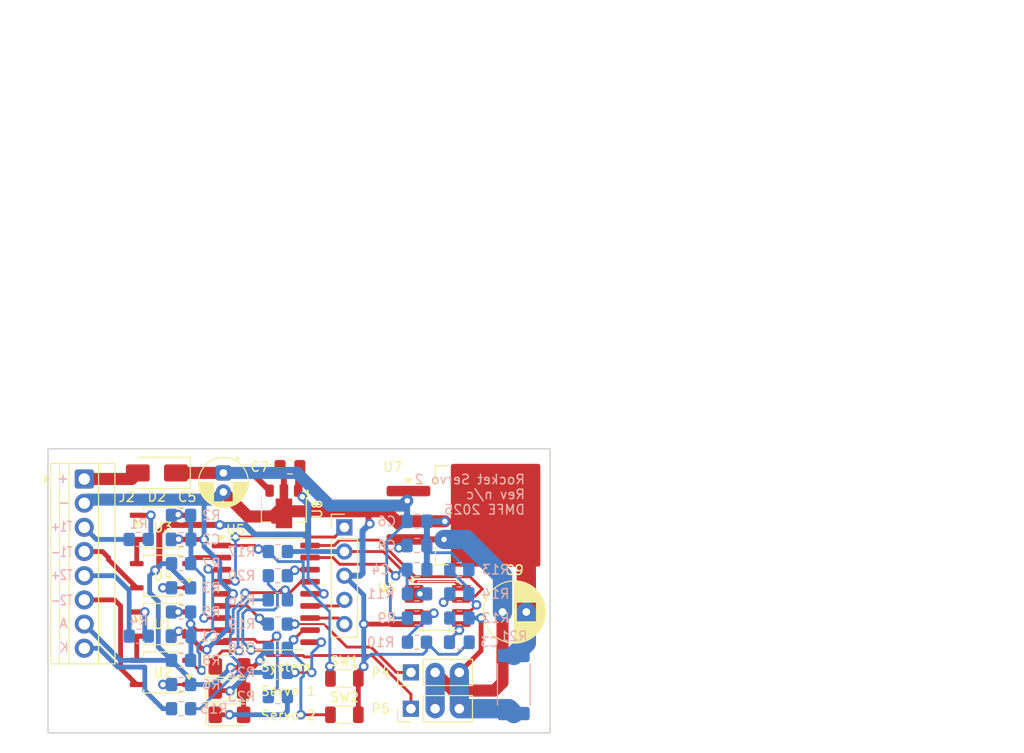
<source format=kicad_pcb>
(kicad_pcb (version 20241229) (generator "pcbnew") (generator_version "9.0")
  (title_block (title "Rocket Servo 2") (date "2025-11-28") (rev "n/c") (company "DMFE") (comment 1 "Altimeter triggered servo (2 Channel)"))
  (layers (0 "F.Cu" signal) (2 "B.Cu" signal) (13 "F.Paste" user) (15 "B.Paste" user) (5 "F.SilkS" user "F.Silkscreen") (7 "B.SilkS" user "B.Silkscreen") (1 "F.Mask" user) (3 "B.Mask" user) (25 "Edge.Cuts" user))
  (net 0 "")
  (net 1 "Trigger1")
  (net 2 "GND")
  (net 3 "Net-(D1-K)")
  (net 4 "+5V")
  (net 5 "Net-(U6B-+)")
  (net 6 "Batt_V")
  (net 7 "+9V")
  (net 8 "Net-(D2-A)")
  (net 9 "Trigger2")
  (net 10 "Net-(D3-K)")
  (net 11 "Net-(D4-K)")
  (net 12 "VPP")
  (net 13 "Net-(R1-Pad1)")
  (net 14 "Net-(R2-Pad2)")
  (net 15 "PGD")
  (net 16 "PGC")
  (net 17 "Net-(U3-Pad2)")
  (net 18 "GNDS")
  (net 19 "Net-(P4-Pin_1)")
  (net 20 "Net-(P4-Pin_2)")
  (net 21 "Net-(P5-Pin_1)")
  (net 22 "Net-(R3-Pad2)")
  (net 23 "Net-(R4-Pad1)")
  (net 24 "Net-(R5-Pad2)")
  (net 25 "Net-(R6-Pad2)")
  (net 26 "Net-(U6A-+)")
  (net 27 "Servo1")
  (net 28 "Net-(U5-Vref{slash}AN2{slash}RA2)")
  (net 29 "Net-(U5-RB5)")
  (net 30 "Net-(U5-CLKOUT{slash}OSC2{slash}RA6)")
  (net 31 "Servo2")
  (net 32 "Net-(U6A--)")
  (net 33 "Net-(U6B--)")
  (net 34 "Servo_I")
  (net 35 "Net-(U5-RB4{slash}PGM)")
  (net 36 "Net-(U5-RB3{slash}CCP1)")
  (net 37 "Net-(U1-Pad2)")
  (net 38 "Enable2")
  (net 39 "Enable1")
  (net 40 "Net-(J2-Pin_3)")
  (net 41 "Net-(J2-Pin_5)")
  (net 42 "Net-(J2-Pin_8)")
  (net 43 "Net-(J2-Pin_6)")
  (net 44 "Net-(J2-Pin_4)")
  (footprint "LED_SMD:LED_1206_3216Metric_Pad1.42x1.75mm_HandSolder" (layer "F.Cu") (at 86.995 121.285)
    (property "Reference" "D3" (hide yes))
    (property "Value" "LED")
  )
  (footprint "Package_SO:SOP-4_3.8x4.1mm_P2.54mm" (layer "F.Cu") (at 80.01 119.38 180)
    (property "Reference" "U2")
    (property "Value" "CPC1017N")
  )
  (footprint "LED_SMD:LED_1206_3216Metric_Pad1.42x1.75mm_HandSolder" (layer "F.Cu") (at 86.995 123.825)
    (property "Reference" "D4" (hide yes))
    (property "Value" "LED")
  )
  (footprint "Capacitor_SMD:C_0805_2012Metric_Pad1.18x1.45mm_HandSolder" (layer "F.Cu") (at 93.345 97.79 180)
    (property "Reference" "C7")
    (property "Value" ".1uF")
  )
  (footprint "Package_TO_SOT_SMD:SOT-89-3" (layer "F.Cu") (at 92.71 102.235 -90)
    (property "Reference" "U8")
    (property "Value" "L78L05_SOT89")
  )
  (footprint "Package_SO:SOIC-18W_7.5x11.6mm_P1.27mm" (layer "F.Cu") (at 90.805 111.125)
    (property "Reference" "U5")
    (property "Value" "PIC16F1847-I/SO")
  )
  (footprint "Resistor_SMD:R_1206_3216Metric" (layer "F.Cu") (at 99.06 123.825)
    (property "Reference" "SW2")
    (property "Value" "SW_Push")
  )
  (footprint "LED_SMD:LED_1206_3216Metric_Pad1.42x1.75mm_HandSolder" (layer "F.Cu") (at 86.995 118.745)
    (property "Reference" "D1" (hide yes))
    (property "Value" "LED")
  )
  (footprint "Package_SO:SOP-4_3.8x4.1mm_P2.54mm" (layer "F.Cu") (at 80.01 109.22 180)
    (property "Reference" "U4")
    (property "Value" "CPC1017N")
  )
  (footprint "Connector_PinHeader_2.54mm:PinHeader_1x03_P2.54mm_Vertical" (layer "F.Cu") (at 106.045 119.38 90)
    (property "Reference" "P4")
    (property "Value" "Conn_01x03")
  )
  (footprint "Capacitor_THT:CP_Radial_D6.3mm_P2.50mm" (layer "F.Cu") (at 115.657621 113.03)
    (property "Reference" "C9")
    (property "Value" "220uF")
  )
  (footprint "Diode_SMD:D_SMA" (layer "F.Cu") (at 79.375 98.425 180)
    (property "Reference" "D2")
    (property "Value" "SMB")
  )
  (footprint "MountingHole:MountingHole_3.2mm_M3" (layer "F.Cu") (at 72.39 121.92)
    (property "Reference" "H2" (hide yes))
    (property "Value" "MountingHole_3.2mm_M3")
  )
  (footprint "Connector_PinHeader_2.54mm:PinHeader_1x05_P2.54mm_Vertical" (layer "F.Cu") (at 99.06 104.14)
    (property "Reference" "J1" (hide yes))
    (property "Value" "Conn_01x05")
  )
  (footprint "Connector_PinHeader_2.54mm:PinHeader_1x03_P2.54mm_Vertical" (layer "F.Cu") (at 106.045 123.19 90)
    (property "Reference" "P5")
    (property "Value" "Conn_01x03")
  )
  (footprint "MountingHole:MountingHole_3.2mm_M3" (layer "F.Cu") (at 99.06 99.06)
    (property "Reference" "H1" (hide yes))
    (property "Value" "MountingHole_3.2mm_M3")
  )
  (footprint "Package_SO:SOIC-8_3.9x4.9mm_P1.27mm" (layer "F.Cu") (at 108.855 112.395)
    (property "Reference" "U6")
    (property "Value" "LM358")
  )
  (footprint "TerminalBlock:TerminalBlock_Xinya_XY308-2.54-8P_1x08_P2.54mm_Horizontal" (layer "F.Cu") (at 71.755 99.06 -90)
    (property "Reference" "J2")
    (property "Value" "Screw_Terminal_01x08")
  )
  (footprint "Package_SO:SOP-4_3.8x4.1mm_P2.54mm" (layer "F.Cu") (at 80.01 114.3)
    (property "Reference" "U1")
    (property "Value" "CPC1017N")
  )
  (footprint "Capacitor_THT:CP_Radial_D5.0mm_P2.00mm" (layer "F.Cu") (at 86.36 98.425 -90)
    (property "Reference" "C5")
    (property "Value" "33uF")
  )
  (footprint "Resistor_SMD:R_1206_3216Metric" (layer "F.Cu") (at 99.06 120.015)
    (property "Reference" "SW1")
    (property "Value" "SW_Push")
  )
  (footprint "Package_SO:SOP-4_3.8x4.1mm_P2.54mm" (layer "F.Cu") (at 80.01 104.14)
    (property "Reference" "U3")
    (property "Value" "CPC1017N")
  )
  (footprint "Package_TO_SOT_SMD:TO-263-2" (layer "F.Cu") (at 113.435 102.87)
    (property "Reference" "U7")
    (property "Value" "L7806")
  )
  (footprint "Resistor_SMD:R_0805_2012Metric_Pad1.20x1.40mm_HandSolder" (layer "B.Cu") (at 81.915 110.49 180)
    (property "Reference" "R3")
    (property "Value" "1K0")
  )
  (footprint "Resistor_SMD:R_0805_2012Metric_Pad1.20x1.40mm_HandSolder" (layer "B.Cu") (at 92.075 111.76)
    (property "Reference" "R16")
    (property "Value" "1K")
  )
  (footprint "Resistor_SMD:R_0805_2012Metric_Pad1.20x1.40mm_HandSolder" (layer "B.Cu") (at 92.075 106.68 180)
    (property "Reference" "R17")
    (property "Value" "47K")
  )
  (footprint "Resistor_SMD:R_0805_2012Metric_Pad1.20x1.40mm_HandSolder" (layer "B.Cu") (at 81.915 123.19 180)
    (property "Reference" "R15")
    (property "Value" "270")
  )
  (footprint "Resistor_SMD:R_0805_2012Metric_Pad1.20x1.40mm_HandSolder" (layer "B.Cu") (at 81.915 113.03 180)
    (property "Reference" "R5")
    (property "Value" "1K")
  )
  (footprint "Resistor_SMD:R_0805_2012Metric_Pad1.20x1.40mm_HandSolder" (layer "B.Cu") (at 111.125 111.125)
    (property "Reference" "R14")
    (property "Value" "100K")
  )
  (footprint "Resistor_SMD:R_0805_2012Metric_Pad1.20x1.40mm_HandSolder" (layer "B.Cu") (at 77.47 115.57 180)
    (property "Reference" "R4")
    (property "Value" "470R")
  )
  (footprint "Resistor_SMD:R_0805_2012Metric_Pad1.20x1.40mm_HandSolder" (layer "B.Cu") (at 111.125 108.585)
    (property "Reference" "R13")
    (property "Value" "2K2")
  )
  (footprint "Resistor_SMD:R_0805_2012Metric_Pad1.20x1.40mm_HandSolder" (layer "B.Cu") (at 92.075 121.92 180)
    (property "Reference" "R23")
    (property "Value" "1K")
  )
  (footprint "Capacitor_SMD:C_0805_2012Metric_Pad1.18x1.45mm_HandSolder" (layer "B.Cu") (at 106.68 106.045)
    (property "Reference" "C8")
    (property "Value" ".1uF")
  )
  (footprint "Resistor_SMD:R_0805_2012Metric_Pad1.20x1.40mm_HandSolder" (layer "B.Cu") (at 92.075 114.3 180)
    (property "Reference" "R19")
    (property "Value" "220R")
  )
  (footprint "Resistor_SMD:R_0805_2012Metric_Pad1.20x1.40mm_HandSolder" (layer "B.Cu") (at 106.68 116.205)
    (property "Reference" "R10")
    (property "Value" "10K")
  )
  (footprint "Resistor_SMD:R_0805_2012Metric_Pad1.20x1.40mm_HandSolder" (layer "B.Cu") (at 92.075 109.22)
    (property "Reference" "R20")
    (property "Value" "220R")
  )
  (footprint "Resistor_SMD:R_0805_2012Metric_Pad1.20x1.40mm_HandSolder" (layer "B.Cu") (at 77.47 105.41 180)
    (property "Reference" "R1")
    (property "Value" "470R")
  )
  (footprint "Capacitor_SMD:C_0805_2012Metric_Pad1.18x1.45mm_HandSolder" (layer "B.Cu") (at 106.68 103.505)
    (property "Reference" "C6")
    (property "Value" ".1uF")
  )
  (footprint "Resistor_SMD:R_0805_2012Metric_Pad1.20x1.40mm_HandSolder" (layer "B.Cu") (at 81.915 102.87 180)
    (property "Reference" "R2")
    (property "Value" "1K")
  )
  (footprint "Resistor_SMD:R_0805_2012Metric_Pad1.20x1.40mm_HandSolder" (layer "B.Cu") (at 81.915 120.65 180)
    (property "Reference" "R6")
    (property "Value" "1K0")
  )
  (footprint "Resistor_SMD:R_0805_2012Metric_Pad1.20x1.40mm_HandSolder" (layer "B.Cu") (at 111.125 113.665)
    (property "Reference" "R12")
    (property "Value" "1K")
  )
  (footprint "Capacitor_SMD:C_0805_2012Metric_Pad1.18x1.45mm_HandSolder" (layer "B.Cu") (at 81.915 105.41 180)
    (property "Reference" "C2")
    (property "Value" ".1uF")
  )
  (footprint "Resistor_SMD:R_0805_2012Metric_Pad1.20x1.40mm_HandSolder" (layer "B.Cu") (at 92.075 116.84)
    (property "Reference" "R18")
    (property "Value" "47K")
  )
  (footprint "Resistor_SMD:R_2512_6332Metric_Pad1.40x3.35mm_HandSolder" (layer "B.Cu") (at 116.84 120.65 90)
    (property "Reference" "R21")
    (property "Value" "R05")
  )
  (footprint "Resistor_SMD:R_0805_2012Metric_Pad1.20x1.40mm_HandSolder" (layer "B.Cu") (at 81.915 107.95)
    (property "Reference" "R7")
    (property "Value" "10K")
  )
  (footprint "Resistor_SMD:R_0805_2012Metric_Pad1.20x1.40mm_HandSolder" (layer "B.Cu") (at 92.075 119.38)
    (property "Reference" "R22")
    (property "Value" "1K")
  )
  (footprint "Resistor_SMD:R_0805_2012Metric_Pad1.20x1.40mm_HandSolder" (layer "B.Cu") (at 106.68 113.665 180)
    (property "Reference" "R9")
    (property "Value" "47K")
  )
  (footprint "Capacitor_SMD:C_0805_2012Metric_Pad1.18x1.45mm_HandSolder" (layer "B.Cu") (at 81.915 115.57 180)
    (property "Reference" "C1")
    (property "Value" ".1uF")
  )
  (footprint "Resistor_SMD:R_0805_2012Metric_Pad1.20x1.40mm_HandSolder" (layer "B.Cu") (at 106.68 111.125)
    (property "Reference" "R11")
    (property "Value" "1K")
  )
  (footprint "Capacitor_SMD:C_0805_2012Metric_Pad1.18x1.45mm_HandSolder" (layer "B.Cu") (at 111.125 116.205)
    (property "Reference" "C3")
    (property "Value" ".1uF")
  )
  (footprint "Capacitor_SMD:C_0805_2012Metric_Pad1.18x1.45mm_HandSolder" (layer "B.Cu") (at 106.68 108.585)
    (property "Reference" "C4")
    (property "Value" ".1uF")
  )
  (footprint "Resistor_SMD:R_0805_2012Metric_Pad1.20x1.40mm_HandSolder" (layer "B.Cu") (at 81.915 118.11)
    (property "Reference" "R8")
    (property "Value" "10K")
  )
  (gr_rect (start 67.945 95.885) (end 120.65 125.73) (stroke (width 0.15)) (fill no) (layer "Edge.Cuts"))
  (gr_text "System" (at 90.17 119.38 0) (layer "F.SilkS") (effects (font (size 1 1)) (justify left bottom)))
  (gr_text "Servo 1" (at 90.17 121.92 0) (layer "F.SilkS") (effects (font (size 1 1)) (justify left bottom)))
  (gr_text "Servo 2" (at 90.17 124.46 0) (layer "F.SilkS") (effects (font (size 1 1)) (justify left bottom)))
  (gr_text "Rocket Servo 2" (at 118.11 99.695 0) (layer "B.SilkS") (effects (font (size 1 1)) (justify left bottom mirror)))
  (gr_text "-" (at 70.358 102.108 0) (layer "B.SilkS") (effects (font (size 1 1)) (justify left bottom mirror)))
  (gr_text "K" (at 70.231 117.348 0) (layer "B.SilkS") (effects (font (size 1 1)) (justify left bottom mirror)))
  (gr_text "T1+" (at 70.612 104.648 0) (layer "B.SilkS") (effects (font (size 1 0.762)) (justify left bottom mirror)))
  (gr_text "Rev n/c\nDMFE 2025" (at 118.11 102.87 0) (layer "B.SilkS") (effects (font (size 1 1)) (justify left bottom mirror)))
  (gr_text "A" (at 70.104 114.808 0) (layer "B.SilkS") (effects (font (size 1 1)) (justify left bottom mirror)))
  (gr_text "T2-" (at 70.612 112.395 0) (layer "B.SilkS") (effects (font (size 1 0.762)) (justify left bottom mirror)))
  (gr_text "T1-" (at 70.612 107.315 0) (layer "B.SilkS") (effects (font (size 1 0.762)) (justify left bottom mirror)))
  (gr_text "T2+" (at 70.612 109.728 0) (layer "B.SilkS") (effects (font (size 1 0.762)) (justify left bottom mirror)))
  (gr_text "+" (at 70.231 99.568 0) (layer "B.SilkS") (effects (font (size 1 1)) (justify left bottom mirror)))
  (segment (start 86.155 113.665) (end 84.328 113.665) (width 0.3048) (layer "F.Cu") (net 1))
  (via (at 84.328 113.665) (size 1.016) (drill 0.5588) (layers "F.Cu" "B.Cu") (net 1))
  (segment (start 84.328 113.665) (end 84.328 109.363) (width 0.3048) (layer "B.Cu") (net 1))
  (segment (start 82.915 105.3725) (end 82.9525 105.41) (width 0.508) (layer "B.Cu") (net 1))
  (segment (start 82.9525 107.9125) (end 82.915 107.95) (width 0.508) (layer "B.Cu") (net 1))
  (segment (start 84.328 109.363) (end 82.915 107.95) (width 0.3048) (layer "B.Cu") (net 1))
  (segment (start 82.9525 105.41) (end 82.9525 107.9125) (width 0.508) (layer "B.Cu") (net 1))
  (segment (start 82.915 102.87) (end 82.915 105.3725) (width 0.508) (layer "B.Cu") (net 1))
  (segment (start 91.567 102.997) (end 92.11 102.454) (width 1.27) (layer "F.Cu") (net 2))
  (segment (start 92.71 100.3725) (end 92.71 102.108) (width 0.635) (layer "F.Cu") (net 2))
  (segment (start 104.390766 114.3) (end 104.390152 114.300614) (width 0.508) (layer "F.Cu") (net 2))
  (segment (start 101.6 103.632) (end 101.6 102.454) (width 0.635) (layer "F.Cu") (net 2))
  (segment (start 84.328 105.41) (end 82.76 105.41) (width 0.508) (layer "F.Cu") (net 2))
  (segment (start 81.657074 115.060099) (end 82.250099 115.060099) (width 0.508) (layer "F.Cu") (net 2))
  (segment (start 100.5225 120.015) (end 100.5225 119.3145) (width 0.508) (layer "F.Cu") (net 2))
  (segment (start 106.38 114.3) (end 104.390766 114.3) (width 0.508) (layer "F.Cu") (net 2))
  (segment (start 82.250099 115.060099) (end 82.76 115.57) (width 0.508) (layer "F.Cu") (net 2))
  (segment (start 105.029 103.505) (end 109.601 103.505) (width 1.27) (layer "F.Cu") (net 2))
  (segment (start 88.932 102.997) (end 91.567 102.997) (width 1.27) (layer "F.Cu") (net 2))
  (segment (start 92.71 102.108) (end 91.694 103.124) (width 1.27) (layer "F.Cu") (net 2))
  (segment (start 87.376 111.125) (end 86.155 111.125) (width 0.508) (layer "F.Cu") (net 2))
  (segment (start 101.727 103.759) (end 101.6 103.632) (width 0.635) (layer "F.Cu") (net 2))
  (segment (start 88.932 102.997) (end 86.36 100.425) (width 1.27) (layer "F.Cu") (net 2))
  (segment (start 104.390766 114.3) (end 104.013 114.3) (width 0.508) (layer "F.Cu") (net 2))
  (segment (start 103.47 102.454) (end 104.775 103.759) (width 1.27) (layer "F.Cu") (net 2))
  (segment (start 92.71 100.3725) (end 92.71 98.1925) (width 0.635) (layer "F.Cu") (net 2))
  (segment (start 84.170052 116.980052) (end 82.76 115.57) (width 0.508) (layer "F.Cu") (net 2))
  (segment (start 118.157621 106.092621) (end 114.935 102.87) (width 2.032) (layer "F.Cu") (net 2))
  (segment (start 91.567 102.997) (end 91.694 103.124) (width 1.27) (layer "F.Cu") (net 2))
  (segment (start 84.617446 116.980052) (end 84.170052 116.980052) (width 0.508) (layer "F.Cu") (net 2))
  (segment (start 118.157621 113.03) (end 118.157621 106.092621) (width 2.032) (layer "F.Cu") (net 2))
  (segment (start 81.683451 105.41) (end 81.657 105.383549) (width 0.508) (layer "F.Cu") (net 2))
  (segment (start 100.5225 119.3145) (end 101.092 118.745) (width 0.508) (layer "F.Cu") (net 2))
  (segment (start 92.71 98.1925) (end 92.3075 97.79) (width 0.635) (layer "F.Cu") (net 2))
  (segment (start 104.013 114.3) (end 101.092 114.3) (width 0.508) (layer "F.Cu") (net 2))
  (segment (start 109.601 103.505) (end 114.3 103.505) (width 0.635) (layer "F.Cu") (net 2))
  (segment (start 104.775 103.759) (end 105.029 103.505) (width 1.27) (layer "F.Cu") (net 2))
  (segment (start 114.3 103.505) (end 114.935 102.87) (width 0.635) (layer "F.Cu") (net 2))
  (segment (start 82.76 105.41) (end 81.683451 105.41) (width 0.508) (layer "F.Cu") (net 2))
  (segment (start 92.11 102.454) (end 101.6 102.454) (width 1.27) (layer "F.Cu") (net 2))
  (segment (start 100.5225 123.825) (end 100.5225 120.015) (width 0.508) (layer "F.Cu") (net 2))
  (segment (start 104.013 114.3) (end 106.38 114.3) (width 0.635) (layer "F.Cu") (net 2))
  (segment (start 101.6 102.454) (end 103.47 102.454) (width 1.27) (layer "F.Cu") (net 2))
  (via (at 81.657 105.383549) (size 1.016) (drill 0.5588) (layers "F.Cu" "B.Cu") (net 2))
  (via (at 87.376 111.125) (size 1.016) (drill 0.5588) (layers "F.Cu" "B.Cu") (net 2))
  (via (at 81.657074 115.060099) (size 1.016) (drill 0.5588) (layers "F.Cu" "B.Cu") (net 2))
  (via (at 109.601 103.505) (size 1.016) (drill 0.5588) (layers "F.Cu" "B.Cu") (net 2))
  (via (at 84.617446 116.980052) (size 1.016) (drill 0.5588) (layers "F.Cu" "B.Cu") (net 2))
  (via (at 101.727 103.759) (size 1.016) (drill 0.5588) (layers "F.Cu" "B.Cu") (net 2))
  (via (at 101.092 114.3) (size 1.016) (drill 0.5588) (layers "F.Cu" "B.Cu") (net 2))
  (via (at 84.328 105.41) (size 1.016) (drill 0.5588) (layers "F.Cu" "B.Cu") (net 2))
  (via (at 101.092 118.745) (size 1.016) (drill 0.5588) (layers "F.Cu" "B.Cu") (net 2))
  (segment (start 100.711 109.22) (end 100.965 108.966) (width 0.635) (layer "B.Cu") (net 2))
  (segment (start 86.36 100.425) (end 85.560001 101.224999) (width 1.27) (layer "B.Cu") (net 2))
  (segment (start 101.854 117.475) (end 101.092 118.237) (width 0.3048) (layer "B.Cu") (net 2))
  (segment (start 116.84 117.6) (end 118.157621 116.282379) (width 2.032) (layer "B.Cu") (net 2))
  (segment (start 80.8775 115.57) (end 81.147173 115.57) (width 0.508) (layer "B.Cu") (net 2))
  (segment (start 72.130001 101.224999) (end 71.755 101.6) (width 1.27) (layer "B.Cu") (net 2))
  (segment (start 81.657 105.383549) (end 80.903951 105.383549) (width 0.508) (layer "B.Cu") (net 2))
  (segment (start 86.7792 111.7218) (end 86.7792 114.818298) (width 0.508) (layer "B.Cu") (net 2))
  (segment (start 101.092 111.252) (end 99.06 109.22) (width 0.508) (layer "B.Cu") (net 2))
  (segment (start 86.7792 114.818298) (end 84.617446 116.980052) (width 0.508) (layer "B.Cu") (net 2))
  (segment (start 100.965 104.521) (end 101.727 103.759) (width 0.635) (layer "B.Cu") (net 2))
  (segment (start 99.06 109.22) (end 100.711 109.22) (width 0.635) (layer "B.Cu") (net 2))
  (segment (start 112.1625 116.205) (end 110.8925 117.475) (width 0.3048) (layer "B.Cu") (net 2))
  (segment (start 112.125 108.585) (end 112.014 108.585) (width 0.3048) (layer "B.Cu") (net 2))
  (segment (start 107.7175 106.045) (end 107.7175 106.807) (width 0.635) (layer "B.Cu") (net 2))
  (segment (start 84.328 101.224999) (end 84.328 105.41) (width 0.508) (layer "B.Cu") (net 2))
  (segment (start 85.560001 101.224999) (end 84.328 101.224999) (width 1.27) (layer "B.Cu") (net 2))
  (segment (start 107.315 117.475) (end 101.854 117.475) (width 0.3048) (layer "B.Cu") (net 2))
  (segment (start 84.328 105.41) (end 84.328 106.172) (width 0.508) (layer "B.Cu") (net 2))
  (segment (start 81.147173 115.57) (end 81.657074 115.060099) (width 0.508) (layer "B.Cu") (net 2))
  (segment (start 85.979 107.823) (end 85.979 109.728) (width 0.508) (layer "B.Cu") (net 2))
  (segment (start 101.092 114.3) (end 101.092 111.252) (width 0.508) (layer "B.Cu") (net 2))
  (segment (start 108.95 117.475) (end 107.68 116.205) (width 0.3048) (layer "B.Cu") (net 2))
  (segment (start 107.7175 103.505) (end 107.7175 106.045) (width 0.635) (layer "B.Cu") (net 2))
  (segment (start 107.68 117.11) (end 107.315 117.475) (width 0.3048) (layer "B.Cu") (net 2))
  (segment (start 110.8925 117.475) (end 108.95 117.475) (width 0.3048) (layer "B.Cu") (net 2))
  (segment (start 84.328 106.172) (end 85.979 107.823) (width 0.508) (layer "B.Cu") (net 2))
  (segment (start 107.7175 103.505) (end 109.601 103.505) (width 0.635) (layer "B.Cu") (net 2))
  (segment (start 101.092 118.745) (end 101.092 114.3) (width 0.508) (layer "B.Cu") (net 2))
  (segment (start 100.965 108.966) (end 100.965 104.521) (width 0.635) (layer "B.Cu") (net 2))
  (segment (start 118.157621 116.282379) (end 118.157621 113.03) (width 2.032) (layer "B.Cu") (net 2))
  (segment (start 112.014 108.585) (end 110.236 106.807) (width 0.3048) (layer "B.Cu") (net 2))
  (segment (start 110.236 106.807) (end 107.7175 106.807) (width 0.3048) (layer "B.Cu") (net 2))
  (segment (start 107.7175 106.807) (end 107.7175 108.585) (width 0.635) (layer "B.Cu") (net 2))
  (segment (start 107.68 116.205) (end 107.68 117.11) (width 0.3048) (layer "B.Cu") (net 2))
  (segment (start 80.903951 105.383549) (end 80.8775 105.41) (width 0.508) (layer "B.Cu") (net 2))
  (segment (start 87.376 111.125) (end 86.7792 111.7218) (width 0.508) (layer "B.Cu") (net 2))
  (segment (start 101.092 118.237) (end 101.092 118.745) (width 0.3048) (layer "B.Cu") (net 2))
  (segment (start 85.979 109.728) (end 87.376 111.125) (width 0.508) (layer "B.Cu") (net 2))
  (segment (start 84.328 101.224999) (end 72.130001 101.224999) (width 1.27) (layer "B.Cu") (net 2))
  (segment (start 86.261509 117.115992) (end 87.985572 117.115992) (width 0.3048) (layer "F.Cu") (net 3))
  (segment (start 85.5075 117.870001) (end 86.261509 117.115992) (width 0.3048) (layer "F.Cu") (net 3))
  (segment (start 87.985572 117.115992) (end 88.001059 117.131479) (width 0.3048) (layer "F.Cu") (net 3))
  (segment (start 85.5075 118.745) (end 85.5075 117.870001) (width 0.3048) (layer "F.Cu") (net 3))
  (via (at 88.001059 117.131479) (size 1.016) (drill 0.5588) (layers "F.Cu" "B.Cu") (net 3))
  (segment (start 91.075 111.76) (end 89.12321 111.76) (width 0.3048) (layer "B.Cu") (net 3))
  (segment (start 89.12321 111.76) (end 87.8904 112.99281) (width 0.3048) (layer "B.Cu") (net 3))
  (segment (start 87.8904 112.99281) (end 87.8904 117.02082) (width 0.3048) (layer "B.Cu") (net 3))
  (segment (start 87.8904 117.02082) (end 88.001059 117.131479) (width 0.3048) (layer "B.Cu") (net 3))
  (segment (start 94.21 100.285) (end 94.21 97.9625) (width 0.635) (layer "F.Cu") (net 4))
  (segment (start 94.21 97.9625) (end 94.3825 97.79) (width 0.635) (layer "F.Cu") (net 4))
  (segment (start 94.7095 100.7845) (end 94.7095 100.8705) (width 0.3048) (layer "F.Cu") (net 4))
  (segment (start 87.122 118.872) (end 88.3555 118.872) (width 0.508) (layer "F.Cu") (net 4))
  (segment (start 80.391 103.886) (end 79.629 104.648) (width 0.635) (layer "F.Cu") (net 4))
  (segment (start 111.33 110.49) (end 110.6766 109.8366) (width 0.3048) (layer "F.Cu") (net 4))
  (segment (start 88.4825 123.825) (end 88.4825 121.285) (width 0.508) (layer "F.Cu") (net 4))
  (segment (start 85.979 103.886) (end 80.391 103.886) (width 0.635) (layer "F.Cu") (net 4))
  (segment (start 79.629 104.648) (end 79.629 108.204) (width 0.635) (layer "F.Cu") (net 4))
  (segment (start 88.4825 121.285) (end 88.4825 118.745) (width 0.508) (layer "F.Cu") (net 4))
  (segment (start 103.13084 106.68) (end 99.06 106.68) (width 0.3048) (layer "F.Cu") (net 4))
  (segment (start 88.3555 118.872) (end 88.4825 118.745) (width 0.508) (layer "F.Cu") (net 4))
  (segment (start 110.6766 109.8366) (end 106.28744 109.8366) (width 0.3048) (layer "F.Cu") (net 4))
  (segment (start 89.581805 118.745) (end 90.194541 118.132264) (width 0.508) (layer "F.Cu") (net 4))
  (segment (start 95.455 111.125) (end 96.901 111.125) (width 0.3048) (layer "F.Cu") (net 4))
  (segment (start 94.21 100.285) (end 94.7095 100.7845) (width 0.3048) (layer "F.Cu") (net 4))
  (segment (start 94.7095 100.8705) (end 94.646 100.934) (width 0.3048) (layer "F.Cu") (net 4))
  (segment (start 106.28744 109.8366) (end 103.13084 106.68) (width 0.3048) (layer "F.Cu") (net 4))
  (segment (start 88.4825 118.745) (end 89.581805 118.745) (width 0.508) (layer "F.Cu") (net 4))
  (via (at 87.122 118.872) (size 1.016) (drill 0.5588) (layers "F.Cu" "B.Cu") (net 4))
  (via (at 94.646 100.934) (size 1.016) (drill 0.5588) (layers "F.Cu" "B.Cu") (net 4))
  (via (at 96.901 111.125) (size 1.016) (drill 0.5588) (layers "F.Cu" "B.Cu") (net 4))
  (via (at 79.1845 108.6485) (size 1.016) (drill 0.5588) (layers "F.Cu" "B.Cu") (net 4))
  (via (at 90.194541 118.132264) (size 1.016) (drill 0.5588) (layers "F.Cu" "B.Cu") (net 4))
  (via (at 85.979 103.886) (size 1.016) (drill 0.5588) (layers "F.Cu" "B.Cu") (net 4))
  (segment (start 90.194541 117.720459) (end 91.075 116.84) (width 0.508) (layer "B.Cu") (net 4))
  (segment (start 94.646 100.934) (end 94.646 101.123) (width 0.635) (layer "B.Cu") (net 4))
  (segment (start 99.06 106.68) (end 93.075 106.68) (width 0.508) (layer "B.Cu") (net 4))
  (segment (start 82.915 120.65) (end 85.344 120.65) (width 0.508) (layer "B.Cu") (net 4))
  (segment (start 90.194541 118.132264) (end 90.194541 117.720459) (width 0.508) (layer "B.Cu") (net 4))
  (segment (start 89.662 104.902) (end 88.646 103.886) (width 0.635) (layer "B.Cu") (net 4))
  (segment (start 82.915 120.11) (end 80.915 118.11) (width 0.508) (layer "B.Cu") (net 4))
  (segment (start 75.565 118.11) (end 71.755 114.3) (width 0.508) (layer "B.Cu") (net 4))
  (segment (start 94.996 106.68) (end 95.25 106.426) (width 0.3048) (layer "B.Cu") (net 4))
  (segment (start 95.25 106.426) (end 95.25 104.902) (width 0.635) (layer "B.Cu") (net 4))
  (segment (start 95.25 104.902) (end 95.25 101.727) (width 0.635) (layer "B.Cu") (net 4))
  (segment (start 78.613 110.998) (end 78.613 109.22) (width 0.508) (layer "B.Cu") (net 4))
  (segment (start 79.883 107.95) (end 80.915 107.95) (width 0.508) (layer "B.Cu") (net 4))
  (segment (start 88.646 103.886) (end 85.979 103.886) (width 0.635) (layer "B.Cu") (net 4))
  (segment (start 79.629 108.204) (end 79.883 107.95) (width 0.508) (layer "B.Cu") (net 4))
  (segment (start 95.25 109.474) (end 95.25 106.426) (width 0.3048) (layer "B.Cu") (net 4))
  (segment (start 80.915 118.11) (end 75.565 118.11) (width 0.508) (layer "B.Cu") (net 4))
  (segment (start 82.915 120.65) (end 82.915 120.11) (width 0.508) (layer "B.Cu") (net 4))
  (segment (start 96.901 111.125) (end 95.25 109.474) (width 0.3048) (layer "B.Cu") (net 4))
  (segment (start 79.525 111.91) (end 78.613 110.998) (width 0.508) (layer "B.Cu") (net 4))
  (segment (start 85.344 120.65) (end 87.122 118.872) (width 0.508) (layer "B.Cu") (net 4))
  (segment (start 79.525 116.72) (end 79.525 111.91) (width 0.508) (layer "B.Cu") (net 4))
  (segment (start 94.646 101.123) (end 95.25 101.727) (width 0.635) (layer "B.Cu") (net 4))
  (segment (start 80.915 108.49) (end 82.915 110.49) (width 0.508) (layer "B.Cu") (net 4))
  (segment (start 93.075 106.68) (end 94.996 106.68) (width 0.3048) (layer "B.Cu") (net 4))
  (segment (start 80.915 107.95) (end 80.915 108.49) (width 0.508) (layer "B.Cu") (net 4))
  (segment (start 95.25 104.902) (end 89.662 104.902) (width 0.635) (layer "B.Cu") (net 4))
  (segment (start 78.613 109.22) (end 79.629 108.204) (width 0.508) (layer "B.Cu") (net 4))
  (segment (start 80.915 118.11) (end 79.525 116.72) (width 0.508) (layer "B.Cu") (net 4))
  (segment (start 111.125 114.505) (end 111.33 114.3) (width 0.3048) (layer "F.Cu") (net 5))
  (segment (start 111.125 114.935) (end 111.125 114.505) (width 0.3048) (layer "F.Cu") (net 5))
  (via (at 111.125 114.935) (size 1.016) (drill 0.5588) (layers "F.Cu" "B.Cu") (net 5))
  (segment (start 110.125 113.935) (end 111.125 114.935) (width 0.2032) (layer "B.Cu") (net 5))
  (segment (start 110.0875 115.9725) (end 111.125 114.935) (width 0.3048) (layer "B.Cu") (net 5))
  (segment (start 110.125 113.665) (end 110.125 113.935) (width 0.2032) (layer "B.Cu") (net 5))
  (segment (start 110.0875 116.205) (end 110.0875 115.9725) (width 0.3048) (layer "B.Cu") (net 5))
  (segment (start 95.455 107.315) (end 97.859935 107.315) (width 0.3048) (layer "F.Cu") (net 6))
  (segment (start 97.859935 107.315) (end 98.561535 108.0166) (width 0.3048) (layer "F.Cu") (net 6))
  (segment (start 98.561535 108.0166) (end 103.219176 108.0166) (width 0.3048) (layer "F.Cu") (net 6))
  (segment (start 103.219176 108.0166) (end 104.439223 109.236647) (width 0.3048) (layer "F.Cu") (net 6))
  (via (at 104.439223 109.236647) (size 1.016) (drill 0.5588) (layers "F.Cu" "B.Cu") (net 6))
  (segment (start 105.6425 108.585) (end 105.09087 108.585) (width 0.3048) (layer "B.Cu") (net 6))
  (segment (start 105.6425 108.585) (end 105.6425 111.0875) (width 0.3048) (layer "B.Cu") (net 6))
  (segment (start 105.09087 108.585) (end 104.439223 109.236647) (width 0.3048) (layer "B.Cu") (net 6))
  (segment (start 105.6425 111.0875) (end 105.68 111.125) (width 0.3048) (layer "B.Cu") (net 6))
  (segment (start 81.375 98.425) (end 86.36 98.425) (width 1.27) (layer "F.Cu") (net 7))
  (segment (start 105.664 100.451) (end 105.785 100.33) (width 0.635) (layer "F.Cu") (net 7))
  (segment (start 105.664 101.346) (end 105.664 100.451) (width 0.635) (layer "F.Cu") (net 7))
  (segment (start 91.21 100.285) (end 89.35 98.425) (width 0.635) (layer "F.Cu") (net 7))
  (segment (start 89.35 98.425) (end 86.36 98.425) (width 0.635) (layer "F.Cu") (net 7))
  (via (at 105.664 101.346) (size 1.016) (drill 0.5588) (layers "F.Cu" "B.Cu") (net 7))
  (segment (start 103.886 113.157) (end 103.886 110.363) (width 0.3048) (layer "B.Cu") (net 7))
  (segment (start 105.6425 103.505) (end 105.6425 101.3675) (width 0.635) (layer "B.Cu") (net 7))
  (segment (start 104.394 113.665) (end 103.886 113.157) (width 0.3048) (layer "B.Cu") (net 7))
  (segment (start 105.664 101.346) (end 105.156 101.854) (width 1.27) (layer "B.Cu") (net 7))
  (segment (start 94.107 98.425) (end 86.36 98.425) (width 1.27) (layer "B.Cu") (net 7))
  (segment (start 103.886 110.363) (end 103.505 109.982) (width 0.3048) (layer "B.Cu") (net 7))
  (segment (start 103.505 105.6425) (end 105.6425 103.505) (width 0.3048) (layer "B.Cu") (net 7))
  (segment (start 105.156 101.854) (end 97.536 101.854) (width 1.27) (layer "B.Cu") (net 7))
  (segment (start 103.505 109.982) (end 103.505 105.6425) (width 0.3048) (layer "B.Cu") (net 7))
  (segment (start 105.68 113.665) (end 104.394 113.665) (width 0.3048) (layer "B.Cu") (net 7))
  (segment (start 97.536 101.854) (end 94.107 98.425) (width 1.27) (layer "B.Cu") (net 7))
  (segment (start 105.6425 101.3675) (end 105.664 101.346) (width 0.635) (layer "B.Cu") (net 7))
  (segment (start 71.755 99.06) (end 76.74 99.06) (width 1.27) (layer "F.Cu") (net 8))
  (segment (start 76.74 99.06) (end 77.375 98.425) (width 1.27) (layer "F.Cu") (net 8))
  (segment (start 83.55 114.935) (end 82.915 114.3) (width 0.3048) (layer "F.Cu") (net 9))
  (segment (start 86.155 114.935) (end 83.55 114.935) (width 0.3048) (layer "F.Cu") (net 9))
  (via (at 82.915 114.3) (size 1.016) (drill 0.5588) (layers "F.Cu" "B.Cu") (net 9))
  (segment (start 82.9525 115.57) (end 82.9525 118.0725) (width 0.508) (layer "B.Cu") (net 9))
  (segment (start 82.915 113.03) (end 82.915 114.3) (width 0.508) (layer "B.Cu") (net 9))
  (segment (start 82.9525 118.0725) (end 82.915 118.11) (width 0.508) (layer "B.Cu") (net 9))
  (segment (start 82.915 114.3) (end 82.915 115.5325) (width 0.508) (layer "B.Cu") (net 9))
  (segment (start 82.915 115.5325) (end 82.9525 115.57) (width 0.508) (layer "B.Cu") (net 9))
  (segment (start 85.5075 121.285) (end 86.995 121.285) (width 0.508) (layer "F.Cu") (net 10))
  (segment (start 86.995 121.285) (end 87.051541 121.341541) (width 0.508) (layer "F.Cu") (net 10))
  (via (at 87.051541 121.341541) (size 1.016) (drill 0.5588) (layers "F.Cu" "B.Cu") (net 10))
  (segment (start 89.013082 119.38) (end 87.051541 121.341541) (width 0.508) (layer "B.Cu") (net 10))
  (segment (start 91.075 119.38) (end 89.013082 119.38) (width 0.508) (layer "B.Cu") (net 10))
  (segment (start 86.995 123.825) (end 85.5075 123.825) (width 0.508) (layer "F.Cu") (net 11))
  (via (at 86.995 123.825) (size 1.016) (drill 0.5588) (layers "F.Cu" "B.Cu") (net 11))
  (segment (start 93.075 123.46) (end 92.71 123.825) (width 0.508) (layer "B.Cu") (net 11))
  (segment (start 92.71 123.825) (end 86.995 123.825) (width 0.508) (layer "B.Cu") (net 11))
  (segment (start 93.075 121.92) (end 93.075 123.46) (width 0.508) (layer "B.Cu") (net 11))
  (segment (start 98.044 105.156) (end 87.63 105.156) (width 0.3048) (layer "F.Cu") (net 12))
  (segment (start 86.155 109.855) (end 87.503 109.855) (width 0.3048) (layer "F.Cu") (net 12))
  (segment (start 87.503 109.855) (end 87.583593 109.774407) (width 0.3048) (layer "F.Cu") (net 12))
  (segment (start 99.06 104.14) (end 98.044 105.156) (width 0.3048) (layer "F.Cu") (net 12))
  (via (at 87.583593 109.774407) (size 1.016) (drill 0.5588) (layers "F.Cu" "B.Cu") (net 12))
  (via (at 87.63 105.156) (size 1.016) (drill 0.5588) (layers "F.Cu" "B.Cu") (net 12))
  (segment (start 87.63 105.156) (end 87.63 109.728) (width 0.3048) (layer "B.Cu") (net 12))
  (segment (start 87.63 109.728) (end 87.583593 109.774407) (width 0.3048) (layer "B.Cu") (net 12))
  (segment (start 77.26 102.87) (end 78.74 102.87) (width 0.508) (layer "F.Cu") (net 13))
  (via (at 78.74 102.87) (size 1.016) (drill 0.5588) (layers "F.Cu" "B.Cu") (net 13))
  (segment (start 78.74 105.14) (end 78.47 105.41) (width 0.508) (layer "B.Cu") (net 13))
  (segment (start 78.74 102.87) (end 78.74 105.14) (width 0.508) (layer "B.Cu") (net 13))
  (segment (start 81.674545 102.87) (end 81.607 102.802455) (width 0.508) (layer "F.Cu") (net 14))
  (segment (start 82.76 102.87) (end 81.674545 102.87) (width 0.508) (layer "F.Cu") (net 14))
  (via (at 81.607 102.802455) (size 1.016) (drill 0.5588) (layers "F.Cu" "B.Cu") (net 14))
  (segment (start 80.982545 102.802455) (end 80.915 102.87) (width 0.508) (layer "B.Cu") (net 14))
  (segment (start 81.607 102.802455) (end 80.982545 102.802455) (width 0.508) (layer "B.Cu") (net 14))
  (segment (start 98.425 112.395) (end 99.06 111.76) (width 0.3048) (layer "F.Cu") (net 15))
  (segment (start 95.455 112.395) (end 98.425 112.395) (width 0.3048) (layer "F.Cu") (net 15))
  (segment (start 95.455 113.665) (end 98.425 113.665) (width 0.3048) (layer "F.Cu") (net 16))
  (segment (start 98.425 113.665) (end 99.06 114.3) (width 0.3048) (layer "F.Cu") (net 16))
  (segment (start 77.26 107.95) (end 77.26 105.41) (width 0.508) (layer "F.Cu") (net 17))
  (segment (start 113.411 117.094) (end 113.411 113.665) (width 0.508) (layer "F.Cu") (net 18))
  (segment (start 111.125 119.38) (end 113.411 117.094) (width 0.508) (layer "F.Cu") (net 18))
  (via (at 113.411 113.665) (size 1.016) (drill 0.5588) (layers "F.Cu" "B.Cu") (net 18))
  (segment (start 111.125 119.38) (end 111.125 123.19) (width 2.032) (layer "B.Cu") (net 18))
  (segment (start 111.125 123.19) (end 116.33 123.19) (width 2.032) (layer "B.Cu") (net 18))
  (segment (start 116.33 123.19) (end 116.84 123.7) (width 2.032) (layer "B.Cu") (net 18))
  (segment (start 113.411 113.665) (end 112.125 113.665) (width 0.508) (layer "B.Cu") (net 18))
  (segment (start 104.521 119.38) (end 101.854 116.713) (width 0.3048) (layer "F.Cu") (net 19))
  (segment (start 101.854 116.713) (end 99.317495 116.713) (width 0.3048) (layer "F.Cu") (net 19))
  (segment (start 97.157791 114.553296) (end 96.904495 114.3) (width 0.2032) (layer "F.Cu") (net 19))
  (segment (start 96.904495 114.3) (end 93.853 114.3) (width 0.2032) (layer "F.Cu") (net 19))
  (segment (start 106.045 119.38) (end 104.521 119.38) (width 0.3048) (layer "F.Cu") (net 19))
  (segment (start 99.317495 116.713) (end 97.157791 114.553296) (width 0.3048) (layer "F.Cu") (net 19))
  (via (at 93.853 114.3) (size 1.016) (drill 0.5588) (layers "F.Cu" "B.Cu") (net 19))
  (segment (start 93.853 114.3) (end 93.075 114.3) (width 0.2032) (layer "B.Cu") (net 19))
  (segment (start 104.896 106.299) (end 105.785 105.41) (width 0.635) (layer "F.Cu") (net 20))
  (segment (start 108.585 119.38) (end 110.49 121.285) (width 1.27) (layer "F.Cu") (net 20))
  (segment (start 109.522 105.41) (end 105.785 105.41) (width 0.635) (layer "F.Cu") (net 20))
  (segment (start 110.49 121.285) (end 114.808 121.285) (width 1.27) (layer "F.Cu") (net 20))
  (segment (start 115.657621 120.435379) (end 115.657621 113.03) (width 1.27) (layer "F.Cu") (net 20))
  (segment (start 114.808 121.285) (end 115.657621 120.435379) (width 1.27) (layer "F.Cu") (net 20))
  (segment (start 104.775 106.299) (end 104.896 106.299) (width 0.635) (layer "F.Cu") (net 20))
  (via (at 104.775 106.299) (size 1.016) (drill 0.5588) (layers "F.Cu" "B.Cu") (net 20))
  (via (at 109.522 105.41) (size 1.016) (drill 0.5588) (layers "F.Cu" "B.Cu") (net 20))
  (segment (start 105.029 106.045) (end 104.775 106.299) (width 0.635) (layer "B.Cu") (net 20))
  (segment (start 105.6425 106.045) (end 105.029 106.045) (width 0.635) (layer "B.Cu") (net 20))
  (segment (start 108.585 123.19) (end 108.585 119.38) (width 2.032) (layer "B.Cu") (net 20))
  (segment (start 115.657621 113.03) (end 115.657621 109.236043) (width 2.032) (layer "B.Cu") (net 20))
  (segment (start 111.831578 105.41) (end 109.522 105.41) (width 2.032) (layer "B.Cu") (net 20))
  (segment (start 115.657621 109.236043) (end 111.831578 105.41) (width 2.032) (layer "B.Cu") (net 20))
  (segment (start 101.981 117.602) (end 95.775501 117.602) (width 0.3048) (layer "F.Cu") (net 21))
  (segment (start 106.045 121.666) (end 101.981 117.602) (width 0.3048) (layer "F.Cu") (net 21))
  (segment (start 90.951778 117.602) (end 90.390754 117.040976) (width 0.3048) (layer "F.Cu") (net 21))
  (segment (start 94.872899 117.7504) (end 94.724499 117.602) (width 0.3048) (layer "F.Cu") (net 21))
  (segment (start 95.775501 117.602) (end 95.627101 117.7504) (width 0.3048) (layer "F.Cu") (net 21))
  (segment (start 89.280566 117.040976) (end 89.262388 117.022798) (width 0.3048) (layer "F.Cu") (net 21))
  (segment (start 94.724499 117.602) (end 90.951778 117.602) (width 0.3048) (layer "F.Cu") (net 21))
  (segment (start 95.627101 117.7504) (end 94.872899 117.7504) (width 0.3048) (layer "F.Cu") (net 21))
  (segment (start 106.045 123.19) (end 106.045 121.666) (width 0.3048) (layer "F.Cu") (net 21))
  (segment (start 90.390754 117.040976) (end 89.280566 117.040976) (width 0.3048) (layer "F.Cu") (net 21))
  (via (at 89.262388 117.022798) (size 1.016) (drill 0.5588) (layers "F.Cu" "B.Cu") (net 21))
  (segment (start 91.075 110.099736) (end 92.0284 111.053136) (width 0.3048) (layer "B.Cu") (net 21))
  (segment (start 91.075 109.22) (end 91.075 110.099736) (width 0.3048) (layer "B.Cu") (net 21))
  (segment (start 88.3952 116.15561) (end 89.262388 117.022798) (width 0.3048) (layer "B.Cu") (net 21))
  (segment (start 92.0284 112.466864) (end 91.681864 112.8134) (width 0.3048) (layer "B.Cu") (net 21))
  (segment (start 92.0284 111.053136) (end 92.0284 112.466864) (width 0.3048) (layer "B.Cu") (net 21))
  (segment (start 91.681864 112.8134) (end 88.783705 112.8134) (width 0.3048) (layer "B.Cu") (net 21))
  (segment (start 88.3952 113.201905) (end 88.3952 116.15561) (width 0.3048) (layer "B.Cu") (net 21))
  (segment (start 88.783705 112.8134) (end 88.3952 113.201905) (width 0.3048) (layer "B.Cu") (net 21))
  (segment (start 82.76 110.49) (end 80.01 110.49) (width 0.3048) (layer "F.Cu") (net 22))
  (via (at 80.01 110.49) (size 1.016) (drill 0.5588) (layers "F.Cu" "B.Cu") (net 22))
  (segment (start 80.01 110.49) (end 80.915 110.49) (width 0.3048) (layer "B.Cu") (net 22))
  (segment (start 77.26 113.03) (end 78.105 113.03) (width 0.508) (layer "F.Cu") (net 23))
  (via (at 78.105 113.03) (size 1.016) (drill 0.5588) (layers "F.Cu" "B.Cu") (net 23))
  (segment (start 78.105 113.03) (end 78.105 115.205) (width 0.508) (layer "B.Cu") (net 23))
  (segment (start 78.105 115.205) (end 78.47 115.57) (width 0.508) (layer "B.Cu") (net 23))
  (segment (start 81.607 113.03) (end 82.76 113.03) (width 0.3048) (layer "F.Cu") (net 24))
  (via (at 81.607 113.03) (size 1.016) (drill 0.5588) (layers "F.Cu" "B.Cu") (net 24))
  (segment (start 80.915 113.03) (end 81.607 113.03) (width 0.3048) (layer "B.Cu") (net 24))
  (segment (start 82.76 120.65) (end 80.01 120.65) (width 0.3048) (layer "F.Cu") (net 25))
  (via (at 80.01 120.65) (size 1.016) (drill 0.5588) (layers "F.Cu" "B.Cu") (net 25))
  (segment (start 80.01 120.65) (end 80.915 120.65) (width 0.3048) (layer "B.Cu") (net 25))
  (segment (start 106.38 113.03) (end 108.331 113.03) (width 0.3048) (layer "F.Cu") (net 26))
  (segment (start 108.331 113.03) (end 108.458 113.157) (width 0.3048) (layer "F.Cu") (net 26))
  (via (at 108.458 113.157) (size 1.016) (drill 0.5588) (layers "F.Cu" "B.Cu") (net 26))
  (segment (start 105.68 116.205) (end 105.68 115.665) (width 0.3048) (layer "B.Cu") (net 26))
  (segment (start 108.458 113.157) (end 108.188 113.157) (width 0.3048) (layer "B.Cu") (net 26))
  (segment (start 108.188 113.157) (end 107.68 113.665) (width 0.3048) (layer "B.Cu") (net 26))
  (segment (start 105.68 115.665) (end 107.68 113.665) (width 0.3048) (layer "B.Cu") (net 26))
  (segment (start 88.845065 112.395) (end 90.1531 113.703035) (width 0.3048) (layer "F.Cu") (net 27))
  (segment (start 86.155 112.395) (end 88.845065 112.395) (width 0.3048) (layer "F.Cu") (net 27))
  (via (at 90.1531 113.703035) (size 1.016) (drill 0.5588) (layers "F.Cu" "B.Cu") (net 27))
  (segment (start 90.460326 114.3) (end 90.1531 113.992774) (width 0.3048) (layer "B.Cu") (net 27))
  (segment (start 91.075 114.3) (end 90.460326 114.3) (width 0.3048) (layer "B.Cu") (net 27))
  (segment (start 90.1531 113.992774) (end 90.1531 113.703035) (width 0.3048) (layer "B.Cu") (net 27))
  (segment (start 86.155 106.045) (end 89.662 106.045) (width 0.3048) (layer "F.Cu") (net 28))
  (segment (start 97.5975 118.8065) (end 97.536 118.745) (width 0.3048) (layer "F.Cu") (net 28))
  (segment (start 89.662 106.045) (end 90.043 106.426) (width 0.3048) (layer "F.Cu") (net 28))
  (segment (start 97.5975 120.015) (end 97.5975 118.8065) (width 0.3048) (layer "F.Cu") (net 28))
  (via (at 90.043 106.426) (size 1.016) (drill 0.5588) (layers "F.Cu" "B.Cu") (net 28))
  (via (at 97.536 118.745) (size 1.016) (drill 0.5588) (layers "F.Cu" "B.Cu") (net 28))
  (segment (start 94.742 107.696) (end 94.7046 107.7334) (width 0.3048) (layer "B.Cu") (net 28))
  (segment (start 94.742 110.236) (end 94.742 107.696) (width 0.3048) (layer "B.Cu") (net 28))
  (segment (start 90.821 106.426) (end 91.075 106.68) (width 0.3048) (layer "B.Cu") (net 28))
  (segment (start 92.1284 107.7334) (end 91.075 106.68) (width 0.3048) (layer "B.Cu") (net 28))
  (segment (start 97.536 118.745) (end 97.536 113.03) (width 0.3048) (layer "B.Cu") (net 28))
  (segment (start 97.536 113.03) (end 94.742 110.236) (width 0.3048) (layer "B.Cu") (net 28))
  (segment (start 94.7046 107.7334) (end 92.1284 107.7334) (width 0.3048) (layer "B.Cu") (net 28))
  (segment (start 90.043 106.426) (end 90.821 106.426) (width 0.3048) (layer "B.Cu") (net 28))
  (segment (start 95.455 114.935) (end 94.742 114.935) (width 0.3048) (layer "F.Cu") (net 29))
  (segment (start 94.488 123.825) (end 97.5975 123.825) (width 0.3048) (layer "F.Cu") (net 29))
  (segment (start 94.742 114.935) (end 93.726 115.951) (width 0.3048) (layer "F.Cu") (net 29))
  (via (at 94.488 123.825) (size 1.016) (drill 0.5588) (layers "F.Cu" "B.Cu") (net 29))
  (via (at 93.726 115.951) (size 1.016) (drill 0.5588) (layers "F.Cu" "B.Cu") (net 29))
  (segment (start 94.7634 118.5284) (end 94.7634 119.757101) (width 0.3048) (layer "B.Cu") (net 29))
  (segment (start 94.488 120.032501) (end 94.488 123.825) (width 0.3048) (layer "B.Cu") (net 29))
  (segment (start 93.075 116.84) (end 94.7634 118.5284) (width 0.3048) (layer "B.Cu") (net 29))
  (segment (start 94.7634 119.757101) (end 94.488 120.032501) (width 0.3048) (layer "B.Cu") (net 29))
  (segment (start 93.726 115.951) (end 93.726 116.189) (width 0.3048) (layer "B.Cu") (net 29))
  (segment (start 93.726 116.189) (end 93.075 116.84) (width 0.3048) (layer "B.Cu") (net 29))
  (segment (start 92.837 110.744) (end 92.329 110.744) (width 0.3048) (layer "F.Cu") (net 30))
  (segment (start 94.488 109.855) (end 95.455 109.855) (width 0.3048) (layer "F.Cu") (net 30))
  (segment (start 93.345 110.998) (end 94.488 109.855) (width 0.3048) (layer "F.Cu") (net 30))
  (segment (start 92.075 110.998) (end 88.690969 110.998) (width 0.3048) (layer "F.Cu") (net 30))
  (segment (start 88.690969 110.998) (end 88.641016 111.047953) (width 0.3048) (layer "F.Cu") (net 30))
  (segment (start 92.329 110.744) (end 92.075 110.998) (width 0.3048) (layer "F.Cu") (net 30))
  (segment (start 92.075 110.998) (end 93.345 110.998) (width 0.3048) (layer "F.Cu") (net 30))
  (via (at 92.837 110.744) (size 1.016) (drill 0.5588) (layers "F.Cu" "B.Cu") (net 30))
  (via (at 88.641016 111.047953) (size 1.016) (drill 0.5588) (layers "F.Cu" "B.Cu") (net 30))
  (segment (start 82.915 123.19) (end 83.91558 123.19) (width 0.3048) (layer "B.Cu") (net 30))
  (segment (start 87.090659 117.50858) (end 87.090659 115.442866) (width 0.3048) (layer "B.Cu") (net 30))
  (segment (start 88.641016 111.528299) (end 88.641016 111.047953) (width 0.3048) (layer "B.Cu") (net 30))
  (segment (start 87.090659 115.442866) (end 87.3856 115.147925) (width 0.3048) (layer "B.Cu") (net 30))
  (segment (start 87.3856 115.147925) (end 87.3856 112.783715) (width 0.3048) (layer "B.Cu") (net 30))
  (segment (start 93.075 111.76) (end 93.075 110.982) (width 0.3048) (layer "B.Cu") (net 30))
  (segment (start 83.91558 123.19) (end 87.32318 119.7824) (width 0.3048) (layer "B.Cu") (net 30))
  (segment (start 88.0324 119.249101) (end 88.0324 118.450321) (width 0.3048) (layer "B.Cu") (net 30))
  (segment (start 88.0324 118.450321) (end 87.090659 117.50858) (width 0.3048) (layer "B.Cu") (net 30))
  (segment (start 87.499101 119.7824) (end 88.0324 119.249101) (width 0.3048) (layer "B.Cu") (net 30))
  (segment (start 87.32318 119.7824) (end 87.499101 119.7824) (width 0.3048) (layer "B.Cu") (net 30))
  (segment (start 87.3856 112.783715) (end 88.641016 111.528299) (width 0.3048) (layer "B.Cu") (net 30))
  (segment (start 93.075 110.982) (end 92.837 110.744) (width 0.3048) (layer "B.Cu") (net 30))
  (segment (start 95.455 108.585) (end 93.9118 108.585) (width 0.3048) (layer "F.Cu") (net 31))
  (segment (start 93.9118 108.585) (end 93.853 108.6438) (width 0.3048) (layer "F.Cu") (net 31))
  (via (at 93.853 108.6438) (size 1.016) (drill 0.5588) (layers "F.Cu" "B.Cu") (net 31))
  (segment (start 93.6512 108.6438) (end 93.853 108.6438) (width 0.3048) (layer "B.Cu") (net 31))
  (segment (start 93.075 109.22) (end 93.6512 108.6438) (width 0.3048) (layer "B.Cu") (net 31))
  (segment (start 106.38 111.76) (end 106.38 110.49) (width 0.3048) (layer "F.Cu") (net 32))
  (segment (start 106.988 111.098) (end 106.38 110.49) (width 0.508) (layer "F.Cu") (net 32))
  (segment (start 106.988 111.125) (end 106.988 111.098) (width 0.508) (layer "F.Cu") (net 32))
  (via (at 106.988 111.125) (size 1.016) (drill 0.5588) (layers "F.Cu" "B.Cu") (net 32))
  (segment (start 107.68 111.125) (end 106.988 111.125) (width 0.508) (layer "B.Cu") (net 32))
  (segment (start 112.183604 113.03) (end 111.33 113.03) (width 0.3048) (layer "F.Cu") (net 33))
  (segment (start 112.930645 112.282959) (end 112.183604 113.03) (width 0.3048) (layer "F.Cu") (net 33))
  (via (at 112.930645 112.282959) (size 1.016) (drill 0.5588) (layers "F.Cu" "B.Cu") (net 33))
  (segment (start 112.125 111.125) (end 112.125 110.585) (width 0.3048) (layer "B.Cu") (net 33))
  (segment (start 112.125 111.125) (end 112.125 111.477314) (width 0.3048) (layer "B.Cu") (net 33))
  (segment (start 112.125 111.477314) (end 112.930645 112.282959) (width 0.3048) (layer "B.Cu") (net 33))
  (segment (start 112.125 110.585) (end 110.125 108.585) (width 0.3048) (layer "B.Cu") (net 33))
  (segment (start 97.993135 106.045) (end 98.561535 105.4766) (width 0.3048) (layer "F.Cu") (net 34))
  (segment (start 113.538 110.617) (end 112.782441 111.372559) (width 0.3048) (layer "F.Cu") (net 34))
  (segment (start 106.496536 109.3318) (end 112.2528 109.3318) (width 0.3048) (layer "F.Cu") (net 34))
  (segment (start 112.782441 111.372559) (end 112.553544 111.372559) (width 0.3048) (layer "F.Cu") (net 34))
  (segment (start 102.641336 105.4766) (end 106.496536 109.3318) (width 0.3048) (layer "F.Cu") (net 34))
  (segment (start 112.166103 111.76) (end 111.33 111.76) (width 0.3048) (layer "F.Cu") (net 34))
  (segment (start 95.455 106.045) (end 97.993135 106.045) (width 0.3048) (layer "F.Cu") (net 34))
  (segment (start 109.728 111.76) (end 109.474 112.014) (width 0.2032) (layer "F.Cu") (net 34))
  (segment (start 112.553544 111.372559) (end 112.166103 111.76) (width 0.3048) (layer "F.Cu") (net 34))
  (segment (start 112.2528 109.3318) (end 113.538 110.617) (width 0.3048) (layer "F.Cu") (net 34))
  (segment (start 111.33 111.76) (end 109.728 111.76) (width 0.2032) (layer "F.Cu") (net 34))
  (segment (start 98.561535 105.4766) (end 102.641336 105.4766) (width 0.3048) (layer "F.Cu") (net 34))
  (via (at 109.474 112.014) (size 1.016) (drill 0.5588) (layers "F.Cu" "B.Cu") (net 34))
  (segment (start 109.474 111.776) (end 110.125 111.125) (width 0.2032) (layer "B.Cu") (net 34))
  (segment (start 109.474 112.014) (end 109.474 111.776) (width 0.2032) (layer "B.Cu") (net 34))
  (segment (start 93.853 119.38) (end 95.631 119.38) (width 0.3048) (layer "F.Cu") (net 35))
  (segment (start 95.455 116.205) (end 96.6256 116.205) (width 0.3048) (layer "F.Cu") (net 35))
  (via (at 96.6256 116.205) (size 1.016) (drill 0.5588) (layers "F.Cu" "B.Cu") (net 35))
  (via (at 93.853 119.38) (size 1.016) (drill 0.5588) (layers "F.Cu" "B.Cu") (net 35))
  (via (at 95.631 119.38) (size 1.016) (drill 0.5588) (layers "F.Cu" "B.Cu") (net 35))
  (segment (start 96.6256 116.3534) (end 96.6256 116.205) (width 0.3048) (layer "B.Cu") (net 35))
  (segment (start 95.631 119.38) (end 95.631 117.348) (width 0.3048) (layer "B.Cu") (net 35))
  (segment (start 93.075 119.38) (end 93.853 119.38) (width 0.3048) (layer "B.Cu") (net 35))
  (segment (start 95.631 117.348) (end 96.6256 116.3534) (width 0.3048) (layer "B.Cu") (net 35))
  (segment (start 91.313 116.205) (end 89.896101 116.205) (width 0.3048) (layer "F.Cu") (net 36))
  (segment (start 91.948 115.57) (end 91.313 116.205) (width 0.3048) (layer "F.Cu") (net 36))
  (segment (start 89.896101 116.205) (end 89.596101 115.905) (width 0.3048) (layer "F.Cu") (net 36))
  (segment (start 86.455 115.905) (end 86.155 116.205) (width 0.3048) (layer "F.Cu") (net 36))
  (segment (start 89.596101 115.905) (end 86.455 115.905) (width 0.3048) (layer "F.Cu") (net 36))
  (via (at 91.948 115.57) (size 1.016) (drill 0.5588) (layers "F.Cu" "B.Cu") (net 36))
  (segment (start 91.075 121.92) (end 92.0284 120.9666) (width 0.3048) (layer "B.Cu") (net 36))
  (segment (start 92.0284 120.9666) (end 92.0284 115.6504) (width 0.3048) (layer "B.Cu") (net 36))
  (segment (start 92.0284 115.6504) (end 91.948 115.57) (width 0.3048) (layer "B.Cu") (net 36))
  (segment (start 77.26 115.57) (end 77.26 118.11) (width 0.508) (layer "F.Cu") (net 37))
  (segment (start 82.76 118.11) (end 83.805666 119.155666) (width 0.3048) (layer "F.Cu") (net 38))
  (segment (start 83.805666 119.155666) (end 84.079301 119.155666) (width 0.3048) (layer "F.Cu") (net 38))
  (segment (start 84.837502 108.585) (end 84.763142 108.51064) (width 0.3048) (layer "F.Cu") (net 38))
  (segment (start 86.155 108.585) (end 84.837502 108.585) (width 0.3048) (layer "F.Cu") (net 38))
  (via (at 84.763142 108.51064) (size 1.016) (drill 0.5588) (layers "F.Cu" "B.Cu") (net 38))
  (via (at 84.079301 119.155666) (size 1.016) (drill 0.5588) (layers "F.Cu" "B.Cu") (net 38))
  (segment (start 83.8684 118.944765) (end 84.079301 119.155666) (width 0.3048) (layer "B.Cu") (net 38))
  (segment (start 83.6716 116.589899) (end 83.6716 117.206336) (width 0.3048) (layer "B.Cu") (net 38))
  (segment (start 83.6716 117.206336) (end 83.8684 117.403136) (width 0.3048) (layer "B.Cu") (net 38))
  (segment (start 85.2384 108.985898) (end 85.2384 115.023099) (width 0.3048) (layer "B.Cu") (net 38))
  (segment (start 84.763142 108.51064) (end 85.2384 108.985898) (width 0.3048) (layer "B.Cu") (net 38))
  (segment (start 83.8684 117.403136) (end 83.8684 118.944765) (width 0.3048) (layer "B.Cu") (net 38))
  (segment (start 85.2384 115.023099) (end 83.6716 116.589899) (width 0.3048) (layer "B.Cu") (net 38))
  (segment (start 83.395 107.315) (end 86.155 107.315) (width 0.508) (layer "F.Cu") (net 39))
  (segment (start 82.76 107.95) (end 83.395 107.315) (width 0.508) (layer "F.Cu") (net 39))
  (segment (start 73.025 105.41) (end 76.47 105.41) (width 0.508) (layer "B.Cu") (net 40))
  (segment (start 71.755 104.14) (end 73.025 105.41) (width 0.508) (layer "B.Cu") (net 40))
  (segment (start 74.93 109.22) (end 71.755 109.22) (width 0.508) (layer "B.Cu") (net 41))
  (segment (start 76.47 115.57) (end 76.47 110.76) (width 0.508) (layer "B.Cu") (net 41))
  (segment (start 76.47 110.76) (end 74.93 109.22) (width 0.508) (layer "B.Cu") (net 41))
  (segment (start 73.293736 116.84) (end 71.755 116.84) (width 0.508) (layer "B.Cu") (net 42))
  (segment (start 78.105 118.818) (end 75.271736 118.818) (width 0.508) (layer "B.Cu") (net 42))
  (segment (start 75.271736 118.818) (end 73.293736 116.84) (width 0.508) (layer "B.Cu") (net 42))
  (segment (start 78.105 121.285) (end 78.105 118.818) (width 0.508) (layer "B.Cu") (net 42))
  (segment (start 80.915 123.19) (end 80.01 123.19) (width 0.508) (layer "B.Cu") (net 42))
  (segment (start 80.01 123.19) (end 78.105 121.285) (width 0.508) (layer "B.Cu") (net 42))
  (segment (start 74.93 111.76) (end 71.755 111.76) (width 0.508) (layer "F.Cu") (net 43))
  (segment (start 77.26 120.65) (end 75.565 118.955) (width 0.508) (layer "F.Cu") (net 43))
  (segment (start 75.565 112.395) (end 74.93 111.76) (width 0.508) (layer "F.Cu") (net 43))
  (segment (start 75.565 118.955) (end 75.565 112.395) (width 0.508) (layer "F.Cu") (net 43))
  (segment (start 77.26 110.49) (end 74.295 107.525) (width 0.508) (layer "F.Cu") (net 44))
  (segment (start 74.295 107.315) (end 73.66 106.68) (width 0.508) (layer "F.Cu") (net 44))
  (segment (start 73.66 106.68) (end 71.755 106.68) (width 0.508) (layer "F.Cu") (net 44))
  (segment (start 74.295 107.315) (end 74.295 107.525) (width 0.508) (layer "F.Cu") (net 44))
)
</source>
